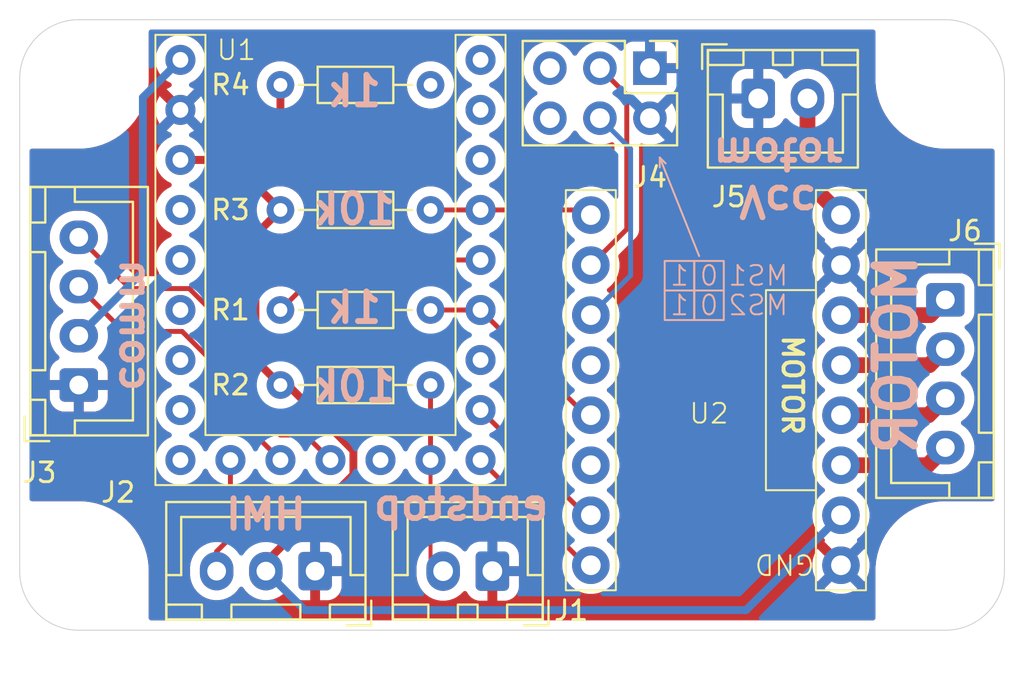
<source format=kicad_pcb>
(kicad_pcb (version 20241229) (generator "pcbnew") (generator_version "9.0")
  (layers (0 "F.Cu" signal) (2 "B.Cu" signal) (13 "F.Paste" user) (15 "B.Paste" user) (5 "F.SilkS" user "F.Silkscreen") (7 "B.SilkS" user "B.Silkscreen") (1 "F.Mask" user) (3 "B.Mask" user) (25 "Edge.Cuts" user))
  (net 0 "")
  (net 1 "/TMC_DIR")
  (net 2 "/TMC_STEP")
  (net 4 "/TMC_IO")
  (net 7 "+3V3")
  (net 8 "GND")
  (net 9 "/SDA")
  (net 13 "+5V")
  (net 17 "/SCL")
  (net 18 "/ENDSTOP")
  (net 20 "/LED_READY")
  (net 22 "/TMC_EN")
  (net 23 "Net-(U1-GPIO4)")
  (net 26 "/MS1")
  (net 27 "/MS2")
  (net 28 "VCC")
  (net 29 "Net-(J6-Pin_3)")
  (net 30 "Net-(J6-Pin_1)")
  (net 31 "Net-(J6-Pin_2)")
  (net 32 "Net-(J6-Pin_4)")
  (net 33 "Net-(J4-Pin_5)")
  (footprint "MountingHole:MountingHole_3.2mm_M3_ISO7380" (layer "F.Cu") (at 132 92)
    (property "Reference" "H3" (hide yes))
    (property "Value" "MountingHole_3.2mm_M3_ISO7380" (hide yes))
    (pad "" np_thru_hole circle (at 0 0) (size 3.2 3.2) (drill 3.2) (layers "*.Cu" "*.Mask"))
  )
  (footprint "nasa_footprint:rp2040_pico" (layer "F.Cu") (at 144.78 66.04)
    (property "Reference" "U1" (at -4.78 -0.5 0) (layer "F.SilkS") (effects (font (thickness 0.1))))
    (property "Value" "RP2040")
    (fp_line (start -8.89 -1.27) (end -6.35 -1.27) (stroke (width 0.1)) (layer "F.SilkS"))
    (fp_line (start -8.89 21.59) (end -8.89 -1.27) (stroke (width 0.1)) (layer "F.SilkS"))
    (fp_line (start -6.35 -1.27) (end -6.35 19.05) (stroke (width 0.1)) (layer "F.SilkS"))
    (fp_line (start -6.35 19.05) (end 6.35 19.05) (stroke (width 0.1)) (layer "F.SilkS"))
    (fp_line (start 6.35 -1.27) (end 8.89 -1.27) (stroke (width 0.1)) (layer "F.SilkS"))
    (fp_line (start 6.35 19.05) (end 6.35 -1.27) (stroke (width 0.1)) (layer "F.SilkS"))
    (fp_line (start 8.89 -1.27) (end 8.89 21.59) (stroke (width 0.1)) (layer "F.SilkS"))
    (fp_line (start 8.89 21.59) (end -8.89 21.59) (stroke (width 0.1)) (layer "F.SilkS"))
    (pad "1" thru_hole circle (at -7.62 0) (size 1.524 1.524) (drill 0.8) (layers "*.Cu" "*.Mask") (net 13 "+5V"))
    (pad "2" thru_hole circle (at -7.62 2.54) (size 1.524 1.524) (drill 0.8) (layers "*.Cu" "*.Mask") (net 8 "GND"))
    (pad "3" thru_hole circle (at -7.62 5.08) (size 1.524 1.524) (drill 0.8) (layers "*.Cu" "*.Mask") (net 7 "+3V3"))
    (pad "4" thru_hole circle (at -7.62 7.62) (size 1.524 1.524) (drill 0.8) (layers "*.Cu" "*.Mask"))
    (pad "5" thru_hole circle (at -7.62 10.16) (size 1.524 1.524) (drill 0.8) (layers "*.Cu" "*.Mask"))
    (pad "6" thru_hole circle (at -7.62 12.7) (size 1.524 1.524) (drill 0.8) (layers "*.Cu" "*.Mask"))
    (pad "7" thru_hole circle (at -7.62 15.24) (size 1.524 1.524) (drill 0.8) (layers "*.Cu" "*.Mask"))
    (pad "8" thru_hole circle (at -7.62 17.78) (size 1.524 1.524) (drill 0.8) (layers "*.Cu" "*.Mask"))
    (pad "9" thru_hole circle (at -7.62 20.32) (size 1.524 1.524) (drill 0.8) (layers "*.Cu" "*.Mask"))
    (pad "10" thru_hole circle (at -5.08 20.32) (size 1.524 1.524) (drill 0.8) (layers "*.Cu" "*.Mask") (net 20 "/LED_READY"))
    (pad "11" thru_hole circle (at -2.54 20.32) (size 1.524 1.524) (drill 0.8) (layers "*.Cu" "*.Mask") (net 17 "/SCL"))
    (pad "12" thru_hole circle (at 0 20.32) (size 1.524 1.524) (drill 0.8) (layers "*.Cu" "*.Mask") (net 9 "/SDA"))
    (pad "13" thru_hole circle (at 2.54 20.32) (size 1.524 1.524) (drill 0.8) (layers "*.Cu" "*.Mask"))
    (pad "14" thru_hole circle (at 5.08 20.32) (size 1.524 1.524) (drill 0.8) (layers "*.Cu" "*.Mask") (net 18 "/ENDSTOP"))
    (pad "15" thru_hole circle (at 7.62 20.32) (size 1.524 1.524) (drill 0.8) (layers "*.Cu" "*.Mask") (net 1 "/TMC_DIR"))
    (pad "16" thru_hole circle (at 7.62 17.78) (size 1.524 1.524) (drill 0.8) (layers "*.Cu" "*.Mask") (net 2 "/TMC_STEP"))
    (pad "17" thru_hole circle (at 7.62 15.24) (size 1.524 1.524) (drill 0.8) (layers "*.Cu" "*.Mask"))
    (pad "18" thru_hole circle (at 7.62 12.7) (size 1.524 1.524) (drill 0.8) (layers "*.Cu" "*.Mask") (net 4 "/TMC_IO"))
    (pad "19" thru_hole circle (at 7.62 10.16) (size 1.524 1.524) (drill 0.8) (layers "*.Cu" "*.Mask") (net 23 "Net-(U1-GPIO4)"))
    (pad "20" thru_hole circle (at 7.62 7.62) (size 1.524 1.524) (drill 0.8) (layers "*.Cu" "*.Mask") (net 22 "/TMC_EN"))
    (pad "21" thru_hole circle (at 7.62 5.08) (size 1.524 1.524) (drill 0.8) (layers "*.Cu" "*.Mask"))
    (pad "22" thru_hole circle (at 7.62 2.54) (size 1.524 1.524) (drill 0.8) (layers "*.Cu" "*.Mask"))
    (pad "23" thru_hole circle (at 7.62 0) (size 1.524 1.524) (drill 0.8) (layers "*.Cu" "*.Mask"))
  )
  (footprint "Resistor_THT:R_Axial_DIN0204_L3.6mm_D1.6mm_P7.62mm_Horizontal" (layer "F.Cu") (at 142.24 78.74)
    (property "Reference" "R1" (at -2.54 0 0) (layer "F.SilkS"))
    (property "Value" "1k")
    (fp_line (start 0.94 0) (end 1.89 0) (stroke (width 0.12)) (layer "F.SilkS"))
    (fp_line (start 6.68 0) (end 5.73 0) (stroke (width 0.12)) (layer "F.SilkS"))
    (fp_rect (start 1.89 -0.92) (end 5.73 0.92) (stroke (width 0.12)) (fill no) (layer "F.SilkS"))
    (pad "1" thru_hole circle (at 0 0) (size 1.4 1.4) (drill 0.7) (layers "*.Cu" "*.Mask") (net 23 "Net-(U1-GPIO4)"))
    (pad "2" thru_hole circle (at 7.62 0) (size 1.4 1.4) (drill 0.7) (layers "*.Cu" "*.Mask") (net 4 "/TMC_IO"))
  )
  (footprint "Connector_JST:JST_XH_B4B-XH-A_1x04_P2.50mm_Vertical" (layer "F.Cu") (at 176 78.225 -90)
    (property "Reference" "J6" (at -3.5 -1 0) (layer "F.SilkS"))
    (property "Value" "motor")
    (fp_line (start -1.8 2.75) (end 3.75 2.75) (stroke (width 0.12)) (layer "F.SilkS"))
    (fp_line (start 9.3 2.75) (end 3.75 2.75) (stroke (width 0.12)) (layer "F.SilkS"))
    (fp_line (start -2.55 -0.2) (end -1.8 -0.2) (stroke (width 0.12)) (layer "F.SilkS"))
    (fp_line (start -1.8 -0.2) (end -1.8 2.75) (stroke (width 0.12)) (layer "F.SilkS"))
    (fp_line (start 9.3 -0.2) (end 9.3 2.75) (stroke (width 0.12)) (layer "F.SilkS"))
    (fp_line (start 10.05 -0.2) (end 9.3 -0.2) (stroke (width 0.12)) (layer "F.SilkS"))
    (fp_line (start -2.85 -2.75) (end -2.85 -1.5) (stroke (width 0.12)) (layer "F.SilkS"))
    (fp_line (start -1.6 -2.75) (end -2.85 -2.75) (stroke (width 0.12)) (layer "F.SilkS"))
    (fp_rect (start -2.55 -2.45) (end -0.75 -1.7) (stroke (width 0.12)) (fill no) (layer "F.SilkS"))
    (fp_rect (start 0.75 -2.45) (end 6.75 -1.7) (stroke (width 0.12)) (fill no) (layer "F.SilkS"))
    (fp_rect (start 8.25 -2.45) (end 10.05 -1.7) (stroke (width 0.12)) (fill no) (layer "F.SilkS"))
    (fp_rect (start -2.56 -2.46) (end 10.06 3.51) (stroke (width 0.12)) (fill no) (layer "F.SilkS"))
    (pad "1" thru_hole roundrect (at 0 0 270) (size 1.7 1.95) (drill 0.95) (layers "*.Cu" "*.Mask") (roundrect_rratio 0.147059) (net 30 "Net-(J6-Pin_1)"))
    (pad "2" thru_hole oval (at 2.5 0 270) (size 1.7 1.95) (drill 0.95) (layers "*.Cu" "*.Mask") (net 31 "Net-(J6-Pin_2)"))
    (pad "3" thru_hole oval (at 5 0 270) (size 1.7 1.95) (drill 0.95) (layers "*.Cu" "*.Mask") (net 29 "Net-(J6-Pin_3)"))
    (pad "4" thru_hole oval (at 7.5 0 270) (size 1.7 1.95) (drill 0.95) (layers "*.Cu" "*.Mask") (net 32 "Net-(J6-Pin_4)"))
  )
  (footprint "Connector_JST:JST_XH_B2B-XH-A_1x02_P2.50mm_Vertical" (layer "F.Cu") (at 166.5 68)
    (property "Reference" "J5" (at -1.5 5 0) (layer "F.SilkS"))
    (property "Value" "power")
    (fp_line (start -2.85 -2.75) (end -2.85 -1.5) (stroke (width 0.12)) (layer "F.SilkS"))
    (fp_line (start -2.55 -0.2) (end -1.8 -0.2) (stroke (width 0.12)) (layer "F.SilkS"))
    (fp_line (start -1.8 -0.2) (end -1.8 2.75) (stroke (width 0.12)) (layer "F.SilkS"))
    (fp_line (start -1.8 2.75) (end 1.25 2.75) (stroke (width 0.12)) (layer "F.SilkS"))
    (fp_line (start -1.6 -2.75) (end -2.85 -2.75) (stroke (width 0.12)) (layer "F.SilkS"))
    (fp_line (start 4.3 -0.2) (end 4.3 2.75) (stroke (width 0.12)) (layer "F.SilkS"))
    (fp_line (start 4.3 2.75) (end 1.25 2.75) (stroke (width 0.12)) (layer "F.SilkS"))
    (fp_line (start 5.05 -0.2) (end 4.3 -0.2) (stroke (width 0.12)) (layer "F.SilkS"))
    (fp_rect (start -2.56 -2.46) (end 5.06 3.51) (stroke (width 0.12)) (fill no) (layer "F.SilkS"))
    (fp_rect (start -2.55 -2.45) (end -0.75 -1.7) (stroke (width 0.12)) (fill no) (layer "F.SilkS"))
    (fp_rect (start 0.75 -2.45) (end 1.75 -1.7) (stroke (width 0.12)) (fill no) (layer "F.SilkS"))
    (fp_rect (start 3.25 -2.45) (end 5.05 -1.7) (stroke (width 0.12)) (fill no) (layer "F.SilkS"))
    (pad "1" thru_hole roundrect (at 0 0) (size 1.7 2) (drill 1) (layers "*.Cu" "*.Mask") (roundrect_rratio 0.147059) (net 8 "GND"))
    (pad "2" thru_hole oval (at 2.5 0) (size 1.7 2) (drill 1) (layers "*.Cu" "*.Mask") (net 28 "VCC"))
  )
  (footprint "MountingHole:MountingHole_3.2mm_M3_ISO7380" (layer "F.Cu") (at 176 92)
    (property "Reference" "H4" (hide yes))
    (property "Value" "MountingHole_3.2mm_M3_ISO7380" (hide yes))
    (pad "" np_thru_hole circle (at 0 0) (size 3.2 3.2) (drill 3.2) (layers "*.Cu" "*.Mask"))
  )
  (footprint "Resistor_THT:R_Axial_DIN0204_L3.6mm_D1.6mm_P7.62mm_Horizontal" (layer "F.Cu") (at 149.86 73.66 180)
    (property "Reference" "R3" (at 10.16 0 0) (layer "F.SilkS"))
    (property "Value" "10k")
    (fp_line (start 6.68 0) (end 5.73 0) (stroke (width 0.12)) (layer "F.SilkS"))
    (fp_line (start 0.94 0) (end 1.89 0) (stroke (width 0.12)) (layer "F.SilkS"))
    (fp_rect (start 1.89 -0.92) (end 5.73 0.92) (stroke (width 0.12)) (fill no) (layer "F.SilkS"))
    (pad "1" thru_hole circle (at 0 0 180) (size 1.4 1.4) (drill 0.7) (layers "*.Cu" "*.Mask") (net 22 "/TMC_EN"))
    (pad "2" thru_hole circle (at 7.62 0 180) (size 1.4 1.4) (drill 0.7) (layers "*.Cu" "*.Mask") (net 7 "+3V3"))
  )
  (footprint "Resistor_THT:R_Axial_DIN0204_L3.6mm_D1.6mm_P7.62mm_Horizontal" (layer "F.Cu") (at 149.86 82.55 180)
    (property "Reference" "R2" (at 10.16 0 0) (layer "F.SilkS"))
    (property "Value" "10k")
    (fp_line (start 6.68 0) (end 5.73 0) (stroke (width 0.12)) (layer "F.SilkS"))
    (fp_line (start 0.94 0) (end 1.89 0) (stroke (width 0.12)) (layer "F.SilkS"))
    (fp_rect (start 1.89 -0.92) (end 5.73 0.92) (stroke (width 0.12)) (fill no) (layer "F.SilkS"))
    (pad "1" thru_hole circle (at 0 0 180) (size 1.4 1.4) (drill 0.7) (layers "*.Cu" "*.Mask") (net 18 "/ENDSTOP"))
    (pad "2" thru_hole circle (at 7.62 0 180) (size 1.4 1.4) (drill 0.7) (layers "*.Cu" "*.Mask") (net 7 "+3V3"))
  )
  (footprint "Connector_PinHeader_2.54mm:PinHeader_2x03_P2.54mm_Vertical" (layer "F.Cu") (at 161 66.46 -90)
    (property "Reference" "J4" (at 5.54 0 180) (layer "F.SilkS"))
    (property "Value" "MSX")
    (fp_line (start -1.38 6.46) (end 3.92 6.46) (stroke (width 0.12)) (layer "F.SilkS"))
    (fp_line (start -1.38 1.27) (end -1.38 6.46) (stroke (width 0.12)) (layer "F.SilkS"))
    (fp_line (start -1.38 1.27) (end 1.27 1.27) (stroke (width 0.12)) (layer "F.SilkS"))
    (fp_line (start 1.27 1.27) (end 1.27 -1.38) (stroke (width 0.12)) (layer "F.SilkS"))
    (fp_line (start -1.38 0) (end -1.38 -1.38) (stroke (width 0.12)) (layer "F.SilkS"))
    (fp_line (start -1.38 -1.38) (end 0 -1.38) (stroke (width 0.12)) (layer "F.SilkS"))
    (fp_line (start 1.27 -1.38) (end 3.92 -1.38) (stroke (width 0.12)) (layer "F.SilkS"))
    (fp_line (start 3.92 -1.38) (end 3.92 6.46) (stroke (width 0.12)) (layer "F.SilkS"))
    (pad "1" thru_hole rect (at 0 0 270) (size 1.7 1.7) (drill 1) (layers "*.Cu" "*.Mask") (net 8 "GND"))
    (pad "2" thru_hole circle (at 2.54 0 270) (size 1.7 1.7) (drill 1) (layers "*.Cu" "*.Mask") (net 8 "GND"))
    (pad "3" thru_hole circle (at 0 2.54 270) (size 1.7 1.7) (drill 1) (layers "*.Cu" "*.Mask") (net 26 "/MS1"))
    (pad "4" thru_hole circle (at 2.54 2.54 270) (size 1.7 1.7) (drill 1) (layers "*.Cu" "*.Mask") (net 27 "/MS2"))
    (pad "5" thru_hole circle (at 0 5.08 270) (size 1.7 1.7) (drill 1) (layers "*.Cu" "*.Mask") (net 33 "Net-(J4-Pin_5)"))
    (pad "6" thru_hole circle (at 2.54 5.08 270) (size 1.7 1.7) (drill 1) (layers "*.Cu" "*.Mask") (net 33 "Net-(J4-Pin_5)"))
  )
  (footprint "nasa_footprint:TMC2209 driver" (layer "F.Cu") (at 163.08 96.78125 180)
    (property "Reference" "U2" (at -0.92 12.78125 0) (layer "F.SilkS") (effects (font (thickness 0.1))))
    (property "Value" "TMC2209")
    (fp_rect (start 3.81 3.81) (end 6.35 24.13) (stroke (width 0.1)) (fill no) (layer "F.SilkS"))
    (fp_rect (start -6.35 8.89) (end -3.81 19.05) (stroke (width 0.1)) (fill no) (layer "F.SilkS"))
    (fp_rect (start -8.89 3.81) (end -6.35 24.13) (stroke (width 0.1)) (fill no) (layer "F.SilkS"))
    (fp_text user "MOTOR" (at -4.572 14.224 270) (layer "F.SilkS") (effects (font (thickness 0.2) (bold yes)) (justify bottom)))
    (fp_text user "GND" (at -6.35 5.715 180) (layer "F.SilkS") (effects (font (thickness 0.1)) (justify left bottom)))
    (pad "1" thru_hole circle (at -7.62 5.08 180) (size 1.905 1.905) (drill 1) (layers "*.Cu" "*.Mask") (net 8 "GND"))
    (pad "2" thru_hole circle (at -7.62 7.62 180) (size 1.905 1.905) (drill 1) (layers "*.Cu" "*.Mask") (net 7 "+3V3"))
    (pad "3" thru_hole circle (at -7.62 10.16 180) (size 1.905 1.905) (drill 1) (layers "*.Cu" "*.Mask") (net 32 "Net-(J6-Pin_4)"))
    (pad "4" thru_hole circle (at -7.62 12.7 180) (size 1.905 1.905) (drill 1) (layers "*.Cu" "*.Mask") (net 29 "Net-(J6-Pin_3)"))
    (pad "5" thru_hole circle (at -7.62 15.24 180) (size 1.905 1.905) (drill 1) (layers "*.Cu" "*.Mask") (net 31 "Net-(J6-Pin_2)"))
    (pad "6" thru_hole circle (at -7.62 17.78 180) (size 1.905 1.905) (drill 1) (layers "*.Cu" "*.Mask") (net 30 "Net-(J6-Pin_1)"))
    (pad "7" thru_hole circle (at -7.62 20.32 180) (size 1.905 1.905) (drill 1) (layers "*.Cu" "*.Mask") (net 8 "GND"))
    (pad "8" thru_hole circle (at -7.62 22.86 180) (size 1.905 1.905) (drill 1) (layers "*.Cu" "*.Mask") (net 28 "VCC"))
    (pad "9" thru_hole circle (at 5.08 22.86 180) (size 1.905 1.905) (drill 1) (layers "*.Cu" "*.Mask") (net 22 "/TMC_EN"))
    (pad "10" thru_hole circle (at 5.08 20.32 180) (size 1.905 1.905) (drill 1) (layers "*.Cu" "*.Mask") (net 26 "/MS1"))
    (pad "11" thru_hole circle (at 5.08 17.78 180) (size 1.905 1.905) (drill 1) (layers "*.Cu" "*.Mask") (net 27 "/MS2"))
    (pad "12" thru_hole circle (at 5.08 15.24 180) (size 1.905 1.905) (drill 1) (layers "*.Cu" "*.Mask"))
    (pad "13" thru_hole circle (at 5.08 12.7 180) (size 1.905 1.905) (drill 1) (layers "*.Cu" "*.Mask") (net 4 "/TMC_IO"))
    (pad "14" thru_hole circle (at 5.08 10.16 180) (size 1.905 1.905) (drill 1) (layers "*.Cu" "*.Mask"))
    (pad "15" thru_hole circle (at 5.08 7.62 180) (size 1.905 1.905) (drill 1) (layers "*.Cu" "*.Mask") (net 2 "/TMC_STEP"))
    (pad "16" thru_hole circle (at 5.08 5.08 180) (size 1.905 1.905) (drill 1) (layers "*.Cu" "*.Mask") (net 1 "/TMC_DIR"))
  )
  (footprint "Connector_JST:JST_XH_B4B-XH-A_1x04_P2.50mm_Vertical" (layer "F.Cu") (at 132 82.55 90)
    (property "Reference" "J3" (at -4.45 -2 180) (layer "F.SilkS"))
    (property "Value" "comm")
    (fp_line (start -1.6 -2.75) (end -2.85 -2.75) (stroke (width 0.12)) (layer "F.SilkS"))
    (fp_line (start -2.85 -2.75) (end -2.85 -1.5) (stroke (width 0.12)) (layer "F.SilkS"))
    (fp_line (start 10.05 -0.2) (end 9.3 -0.2) (stroke (width 0.12)) (layer "F.SilkS"))
    (fp_line (start 9.3 -0.2) (end 9.3 2.75) (stroke (width 0.12)) (layer "F.SilkS"))
    (fp_line (start -1.8 -0.2) (end -1.8 2.75) (stroke (width 0.12)) (layer "F.SilkS"))
    (fp_line (start -2.55 -0.2) (end -1.8 -0.2) (stroke (width 0.12)) (layer "F.SilkS"))
    (fp_line (start 9.3 2.75) (end 3.75 2.75) (stroke (width 0.12)) (layer "F.SilkS"))
    (fp_line (start -1.8 2.75) (end 3.75 2.75) (stroke (width 0.12)) (layer "F.SilkS"))
    (fp_rect (start -2.56 -2.46) (end 10.06 3.51) (stroke (width 0.12)) (fill no) (layer "F.SilkS"))
    (fp_rect (start 8.25 -2.45) (end 10.05 -1.7) (stroke (width 0.12)) (fill no) (layer "F.SilkS"))
    (fp_rect (start 0.75 -2.45) (end 6.75 -1.7) (stroke (width 0.12)) (fill no) (layer "F.SilkS"))
    (fp_rect (start -2.55 -2.45) (end -0.75 -1.7) (stroke (width 0.12)) (fill no) (layer "F.SilkS"))
    (pad "1" thru_hole roundrect (at 0 0 90) (size 1.7 1.95) (drill 0.95) (layers "*.Cu" "*.Mask") (roundrect_rratio 0.147059) (net 8 "GND"))
    (pad "2" thru_hole oval (at 2.5 0 90) (size 1.7 1.95) (drill 0.95) (layers "*.Cu" "*.Mask") (net 13 "+5V"))
    (pad "3" thru_hole oval (at 5 0 90) (size 1.7 1.95) (drill 0.95) (layers "*.Cu" "*.Mask") (net 17 "/SCL"))
    (pad "4" thru_hole oval (at 7.5 0 90) (size 1.7 1.95) (drill 0.95) (layers "*.Cu" "*.Mask") (net 9 "/SDA"))
  )
  (footprint "Connector_JST:JST_XH_B3B-XH-A_1x03_P2.50mm_Vertical" (layer "F.Cu") (at 144 92 180)
    (property "Reference" "J2" (at 10 4 0) (layer "F.SilkS"))
    (property "Value" "HMI")
    (fp_line (start 7.55 -0.2) (end 6.8 -0.2) (stroke (width 0.12)) (layer "F.SilkS"))
    (fp_line (start 6.8 2.75) (end 2.5 2.75) (stroke (width 0.12)) (layer "F.SilkS"))
    (fp_line (start 6.8 -0.2) (end 6.8 2.75) (stroke (width 0.12)) (layer "F.SilkS"))
    (fp_line (start -1.6 -2.75) (end -2.85 -2.75) (stroke (width 0.12)) (layer "F.SilkS"))
    (fp_line (start -1.8 2.75) (end 2.5 2.75) (stroke (width 0.12)) (layer "F.SilkS"))
    (fp_line (start -1.8 -0.2) (end -1.8 2.75) (stroke (width 0.12)) (layer "F.SilkS"))
    (fp_line (start -2.55 -0.2) (end -1.8 -0.2) (stroke (width 0.12)) (layer "F.SilkS"))
    (fp_line (start -2.85 -2.75) (end -2.85 -1.5) (stroke (width 0.12)) (layer "F.SilkS"))
    (fp_rect (start 5.75 -2.45) (end 7.55 -1.7) (stroke (width 0.12)) (fill no) (layer "F.SilkS"))
    (fp_rect (start 0.75 -2.45) (end 4.25 -1.7) (stroke (width 0.12)) (fill no) (layer "F.SilkS"))
    (fp_rect (start -2.55 -2.45) (end -0.75 -1.7) (stroke (width 0.12)) (fill no) (layer "F.SilkS"))
    (fp_rect (start -2.56 -2.46) (end 7.56 3.51) (stroke (width 0.12)) (fill no) (layer "F.SilkS"))
    (pad "1" thru_hole roundrect (at 0 0 180) (size 1.7 1.95) (drill 0.95) (layers "*.Cu" "*.Mask") (roundrect_rratio 0.147059) (net 8 "GND"))
    (pad "2" thru_hole oval (at 2.5 0 180) (size 1.7 1.95) (drill 0.95) (layers "*.Cu" "*.Mask") (net 7 "+3V3"))
    (pad "3" thru_hole oval (at 5 0 180) (size 1.7 1.95) (drill 0.95) (layers "*.Cu" "*.Mask") (net 20 "/LED_READY"))
  )
  (footprint "Connector_JST:JST_XH_B2B-XH-A_1x02_P2.50mm_Vertical" (layer "F.Cu") (at 153 92 180)
    (property "Reference" "J1" (at -4 -2 0) (layer "F.SilkS"))
    (property "Value" "endstop")
    (fp_line (start 5.05 -0.2) (end 4.3 -0.2) (stroke (width 0.12)) (layer "F.SilkS"))
    (fp_line (start 4.3 2.75) (end 1.25 2.75) (stroke (width 0.12)) (layer "F.SilkS"))
    (fp_line (start 4.3 -0.2) (end 4.3 2.75) (stroke (width 0.12)) (layer "F.SilkS"))
    (fp_line (start -1.6 -2.75) (end -2.85 -2.75) (stroke (width 0.12)) (layer "F.SilkS"))
    (fp_line (start -1.8 2.75) (end 1.25 2.75) (stroke (width 0.12)) (layer "F.SilkS"))
    (fp_line (start -1.8 -0.2) (end -1.8 2.75) (stroke (width 0.12)) (layer "F.SilkS"))
    (fp_line (start -2.55 -0.2) (end -1.8 -0.2) (stroke (width 0.12)) (layer "F.SilkS"))
    (fp_line (start -2.85 -2.75) (end -2.85 -1.5) (stroke (width 0.12)) (layer "F.SilkS"))
    (fp_rect (start 3.25 -2.45) (end 5.05 -1.7) (stroke (width 0.12)) (fill no) (layer "F.SilkS"))
    (fp_rect (start 0.75 -2.45) (end 1.75 -1.7) (stroke (width 0.12)) (fill no) (layer "F.SilkS"))
    (fp_rect (start -2.55 -2.45) (end -0.75 -1.7) (stroke (width 0.12)) (fill no) (layer "F.SilkS"))
    (fp_rect (start -2.56 -2.46) (end 5.06 3.51) (stroke (width 0.12)) (fill no) (layer "F.SilkS"))
    (pad "1" thru_hole roundrect (at 0 0 180) (size 1.7 2) (drill 1) (layers "*.Cu" "*.Mask") (roundrect_rratio 0.147059) (net 8 "GND"))
    (pad "2" thru_hole oval (at 2.5 0 180) (size 1.7 2) (drill 1) (layers "*.Cu" "*.Mask") (net 18 "/ENDSTOP"))
  )
  (footprint "MountingHole:MountingHole_3.2mm_M3_ISO7380" (layer "F.Cu") (at 132 67)
    (property "Reference" "H1" (hide yes))
    (property "Value" "MountingHole_3.2mm_M3_ISO7380" (hide yes))
    (pad "" np_thru_hole circle (at 0 0) (size 3.2 3.2) (drill 3.2) (layers "*.Cu" "*.Mask"))
  )
  (footprint "MountingHole:MountingHole_3.2mm_M3_ISO7380" (layer "F.Cu") (at 176 67)
    (property "Reference" "H2" (hide yes))
    (property "Value" "MountingHole_3.2mm_M3_ISO7380" (hide yes))
    (pad "" np_thru_hole circle (at 0 0) (size 3.2 3.2) (drill 3.2) (layers "*.Cu" "*.Mask"))
  )
  (footprint "Resistor_THT:R_Axial_DIN0204_L3.6mm_D1.6mm_P7.62mm_Horizontal" (layer "F.Cu") (at 142.24 67.31)
    (property "Reference" "R4" (at -2.54 0 0) (layer "F.SilkS"))
    (property "Value" "1k")
    (fp_line (start 0.94 0) (end 1.89 0) (stroke (width 0.12)) (layer "F.SilkS"))
    (fp_line (start 6.68 0) (end 5.73 0) (stroke (width 0.12)) (layer "F.SilkS"))
    (fp_rect (start 1.89 -0.92) (end 5.73 0.92) (stroke (width 0.12)) (fill no) (layer "F.SilkS"))
    (pad "1" thru_hole circle (at 0 0) (size 1.4 1.4) (drill 0.7) (layers "*.Cu" "*.Mask") (net 7 "+3V3"))
    (pad "2" thru_hole circle (at 7.62 0) (size 1.4 1.4) (drill 0.7) (layers "*.Cu" "*.Mask") (net 33 "Net-(J4-Pin_5)"))
  )
  (gr_rect (start 161.75 77.75) (end 163.25 79.25) (stroke (width 0.1)) (fill no) (layer "B.SilkS"))
  (gr_rect (start 163.25 76.25) (end 164.75 77.75) (stroke (width 0.1)) (fill no) (layer "B.SilkS"))
  (gr_line (start 163.5 76) (end 161.5 71) (stroke (width 0.1)) (layer "B.SilkS"))
  (gr_line (start 161.5 71) (end 161.5 71.5) (stroke (width 0.1)) (layer "B.SilkS"))
  (gr_rect (start 163.25 77.75) (end 164.75 79.25) (stroke (width 0.1)) (fill no) (layer "B.SilkS"))
  (gr_line (start 161.5 71) (end 161.8 71.3) (stroke (width 0.1)) (layer "B.SilkS"))
  (gr_rect (start 161.75 76.25) (end 163.25 77.75) (stroke (width 0.1)) (fill no) (layer "B.SilkS"))
  (gr_line (start 179 92) (end 179 67) (stroke (width 0.05)) (layer "Edge.Cuts"))
  (gr_arc (start 179 92) (mid 178.12132 94.12132) (end 176 95) (stroke (width 0.05)) (layer "Edge.Cuts"))
  (gr_arc (start 129 67) (mid 129.87868 64.87868) (end 132 64) (stroke (width 0.05)) (layer "Edge.Cuts"))
  (gr_line (start 132 95) (end 176 95) (stroke (width 0.05)) (layer "Edge.Cuts"))
  (gr_line (start 129 67) (end 129 92) (stroke (width 0.05)) (layer "Edge.Cuts"))
  (gr_arc (start 132 95) (mid 129.87868 94.12132) (end 129 92) (stroke (width 0.05)) (layer "Edge.Cuts"))
  (gr_line (start 176 64) (end 132 64) (stroke (width 0.05)) (layer "Edge.Cuts"))
  (gr_arc (start 176 64) (mid 178.12132 64.87868) (end 179 67) (stroke (width 0.05)) (layer "Edge.Cuts"))
  (gr_text "MS1" (at 166.5 77 0) (layer "B.SilkS") (effects (font (size 1 1) (thickness 0.1)) (justify mirror)))
  (gr_text "HMI" (at 141.5 90 0) (layer "B.SilkS") (effects (font (size 1.5 1.5) (thickness 0.3) (bold yes)) (justify bottom mirror)))
  (gr_text "MOTOR" (at 173.5 81 90) (layer "B.SilkS") (effects (font (size 2 2) (thickness 0.4) (bold yes)) (justify mirror)))
  (gr_text "1" (at 162.5 78.5 0) (layer "B.SilkS") (effects (font (size 1 1) (thickness 0.1)) (justify mirror)))
  (gr_text "0" (at 164 78.5 0) (layer "B.SilkS") (effects (font (size 1 1) (thickness 0.1)) (justify mirror)))
  (gr_text "endstop" (at 156 89.5 0) (layer "B.SilkS") (effects (font (size 1.5 1.5) (thickness 0.3) (bold yes)) (justify left bottom mirror)))
  (gr_text "comm" (at 134 79.5 270) (layer "B.SilkS") (effects (font (size 1.5 1.5) (thickness 0.3) (bold yes)) (justify bottom mirror)))
  (gr_text "Vcc\nmotor" (at 167.5 72 180) (layer "B.SilkS") (effects (font (size 1.5 1.5) (thickness 0.3) (bold yes)) (justify mirror)))
  (gr_text "1k" (at 146 68.5 0) (layer "B.SilkS") (effects (font (size 1.5 1.5) (thickness 0.3) (bold yes)) (justify bottom mirror)))
  (gr_text "0" (at 164 77 0) (layer "B.SilkS") (effects (font (size 1 1) (thickness 0.1)) (justify mirror)))
  (gr_text "MS2" (at 166.5 78.5 0) (layer "B.SilkS") (effects (font (size 1 1) (thickness 0.1)) (justify mirror)))
  (gr_text "10k" (at 146 74.5 0) (layer "B.SilkS") (effects (font (size 1.5 1.5) (thickness 0.3) (bold yes)) (justify bottom mirror)))
  (gr_text "1" (at 162.5 77 0) (layer "B.SilkS") (effects (font (size 1 1) (thickness 0.1)) (justify mirror)))
  (gr_text "1k" (at 146 79.5 0) (layer "B.SilkS") (effects (font (size 1.5 1.5) (thickness 0.3) (bold yes)) (justify bottom mirror)))
  (gr_text "10k" (at 146 83.5 0) (layer "B.SilkS") (effects (font (size 1.5 1.5) (thickness 0.3) (bold yes)) (justify bottom mirror)))
  (segment (start 152.4 86.36) (end 157.74125 91.70125) (width 0.25) (layer "F.Cu") (net 1))
  (segment (start 157.74125 91.70125) (end 158 91.70125) (width 0.25) (layer "F.Cu") (net 1))
  (segment (start 157.74125 89.16125) (end 158 89.16125) (width 0.25) (layer "F.Cu") (net 2))
  (segment (start 152.4 83.82) (end 157.74125 89.16125) (width 0.25) (layer "F.Cu") (net 2))
  (segment (start 149.86 78.74) (end 152.4 78.74) (width 0.25) (layer "F.Cu") (net 4))
  (segment (start 152.4 78.74) (end 157.74125 84.08125) (width 0.25) (layer "F.Cu") (net 4))
  (segment (start 157.74125 84.08125) (end 158 84.08125) (width 0.25) (layer "F.Cu") (net 4))
  (segment (start 142.614731 82.55) (end 145.943 85.878269) (width 0.4) (layer "F.Cu") (net 7))
  (segment (start 138.43 71.12) (end 137.16 71.12) (width 0.4) (layer "F.Cu") (net 7))
  (segment (start 142.24 68.58) (end 139.7 71.12) (width 0.4) (layer "F.Cu") (net 7))
  (segment (start 137.16 71.12) (end 139.7 71.12) (width 0.4) (layer "F.Cu") (net 7))
  (segment (start 139.7 71.12) (end 142.24 73.66) (width 0.4) (layer "F.Cu") (net 7))
  (segment (start 141.5 91.545) (end 141.5 92) (width 0.4) (layer "F.Cu") (net 7))
  (segment (start 140.97 74.93) (end 142.24 73.66) (width 0.4) (layer "F.Cu") (net 7))
  (segment (start 140.97 81.28) (end 140.97 74.93) (width 0.4) (layer "F.Cu") (net 7))
  (segment (start 142.24 67.31) (end 142.24 68.58) (width 0.4) (layer "F.Cu") (net 7))
  (segment (start 142.24 82.55) (end 142.614731 82.55) (width 0.4) (layer "F.Cu") (net 7))
  (segment (start 142.24 82.55) (end 140.97 81.28) (width 0.4) (layer "F.Cu") (net 7))
  (segment (start 145.943 87.102) (end 141.5 91.545) (width 0.4) (layer "F.Cu") (net 7))
  (segment (start 145.943 85.878269) (end 145.943 87.102) (width 0.4) (layer "F.Cu") (net 7))
  (segment (start 170.7 89.16125) (end 165.88125 93.98) (width 0.4) (layer "B.Cu") (net 7))
  (segment (start 143.48 93.98) (end 141.5 92) (width 0.4) (layer "B.Cu") (net 7))
  (segment (start 165.88125 93.98) (end 143.48 93.98) (width 0.4) (layer "B.Cu") (net 7))
  (segment (start 142.24 85.09) (end 143.51 85.09) (width 0.25) (layer "F.Cu") (net 9))
  (segment (start 143.51 85.09) (end 144.78 86.36) (width 0.25) (layer "F.Cu") (net 9))
  (segment (start 140.335 83.185) (end 142.24 85.09) (width 0.25) (layer "F.Cu") (net 9))
  (segment (start 140.335 80.376335) (end 140.335 83.185) (width 0.25) (layer "F.Cu") (net 9))
  (segment (start 134.602 77.652) (end 137.610665 77.652) (width 0.25) (layer "F.Cu") (net 9))
  (segment (start 132 75.05) (end 134.602 77.652) (width 0.25) (layer "F.Cu") (net 9))
  (segment (start 137.610665 77.652) (end 140.335 80.376335) (width 0.25) (layer "F.Cu") (net 9))
  (segment (start 132 80.05) (end 135.255 76.795) (width 0.4) (layer "B.Cu") (net 13))
  (segment (start 135.255 76.795) (end 135.255 67.945) (width 0.4) (layer "B.Cu") (net 13))
  (segment (start 135.255 67.945) (end 137.16 66.04) (width 0.4) (layer "B.Cu") (net 13))
  (segment (start 137.246665 79.828) (end 134.278 79.828) (width 0.25) (layer "F.Cu") (net 17))
  (segment (start 134.278 79.828) (end 132 77.55) (width 0.25) (layer "F.Cu") (net 17))
  (segment (start 139.7 82.281335) (end 137.246665 79.828) (width 0.25) (layer "F.Cu") (net 17))
  (segment (start 139.7 83.82) (end 139.7 82.281335) (width 0.25) (layer "F.Cu") (net 17))
  (segment (start 142.24 86.36) (end 139.7 83.82) (width 0.25) (layer "F.Cu") (net 17))
  (segment (start 149.86 82.55) (end 149.86 86.36) (width 0.25) (layer "F.Cu") (net 18))
  (segment (start 150.5 92) (end 149.86 91.36) (width 0.2) (layer "F.Cu") (net 18))
  (segment (start 149.86 91.36) (end 149.86 86.36) (width 0.2) (layer "F.Cu") (net 18))
  (segment (start 139.7 90.3) (end 139.7 86.36) (width 0.25) (layer "F.Cu") (net 20))
  (segment (start 139 91) (end 139.7 90.3) (width 0.25) (layer "F.Cu") (net 20))
  (segment (start 139 92) (end 139 91) (width 0.25) (layer "F.Cu") (net 20))
  (segment (start 157.73875 73.66) (end 158 73.92125) (width 0.25) (layer "F.Cu") (net 22))
  (segment (start 152.4 73.66) (end 157.73875 73.66) (width 0.25) (layer "F.Cu") (net 22))
  (segment (start 149.86 73.66) (end 152.4 73.66) (width 0.25) (layer "F.Cu") (net 22))
  (segment (start 152.4 76.2) (end 144.78 76.2) (width 0.25) (layer "F.Cu") (net 23))
  (segment (start 144.78 76.2) (end 142.24 78.74) (width 0.25) (layer "F.Cu") (net 23))
  (segment (start 159.824 74.63725) (end 158 76.46125) (width 0.25) (layer "F.Cu") (net 26))
  (segment (start 159.824 67.824) (end 159.824 74.63725) (width 0.25) (layer "F.Cu") (net 26))
  (segment (start 158.46 66.46) (end 159.824 67.824) (width 0.25) (layer "F.Cu") (net 26))
  (segment (start 160.02 76.98125) (end 160.02 70.56) (width 0.25) (layer "B.Cu") (net 27))
  (segment (start 158 79.00125) (end 160.02 76.98125) (width 0.25) (layer "B.Cu") (net 27))
  (segment (start 160.02 70.56) (end 158.46 69) (width 0.25) (layer "B.Cu") (net 27))
  (segment (start 169 72.22125) (end 170.7 73.92125) (width 0.8) (layer "F.Cu") (net 28))
  (segment (start 169 68) (end 169 72.22125) (width 0.8) (layer "F.Cu") (net 28))
  (segment (start 175.14375 84.08125) (end 176 83.225) (width 0.8) (layer "F.Cu") (net 29))
  (segment (start 170.7 84.08125) (end 175.14375 84.08125) (width 0.8) (layer "F.Cu") (net 29))
  (segment (start 175.22375 79.00125) (end 176 78.225) (width 0.8) (layer "F.Cu") (net 30))
  (segment (start 170.7 79.00125) (end 175.22375 79.00125) (width 0.8) (layer "F.Cu") (net 30))
  (segment (start 170.7 81.54125) (end 175.18375 81.54125) (width 0.8) (layer "F.Cu") (net 31))
  (segment (start 175.18375 81.54125) (end 176 80.725) (width 0.8) (layer "F.Cu") (net 31))
  (segment (start 175.10375 86.62125) (end 176 85.725) (width 0.8) (layer "F.Cu") (net 32))
  (segment (start 170.7 86.62125) (end 175.10375 86.62125) (width 0.8) (layer "F.Cu") (net 32))
  (zone (net 8) (net_name "GND") (layers "F.Cu" "B.Cu") (name "GND") (connect_pads (clearance 0.5)) (min_thickness 0.25) (fill yes (thermal_gap 0.5) (thermal_bridge_width 0.5) (smoothing fillet) (radius 3))
    (polygon (pts (xy 128 63) (xy 180 63) (xy 180 96) (xy 128 96)))
  )
)
</source>
